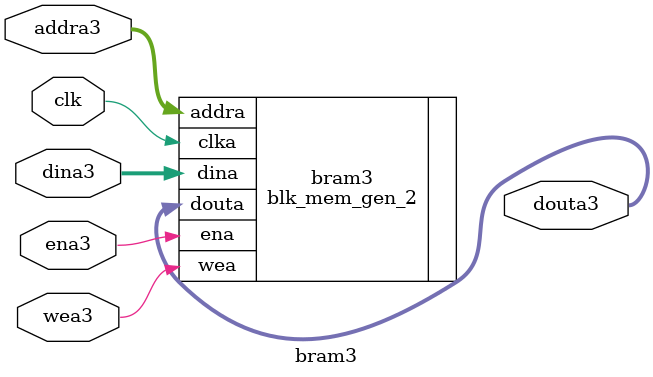
<source format=v>


module bram3(
input clk,
input ena3,
input wea3,
input [7 : 0]addra3,
input [15:0]dina3,
output [15:0]douta3
);
blk_mem_gen_2  bram3(
  .clka(clk),    // input wire clka
  .ena(ena3),      // input wire ena
  .wea(wea3),      // input wire [0 : 0] wea
  .addra(addra3),  // input wire [7 : 0] addra
  .dina(dina3),    // input wire [15 : 0] dina
  .douta(douta3)  // output wire [15 : 0] douta
);
endmodule 
</source>
